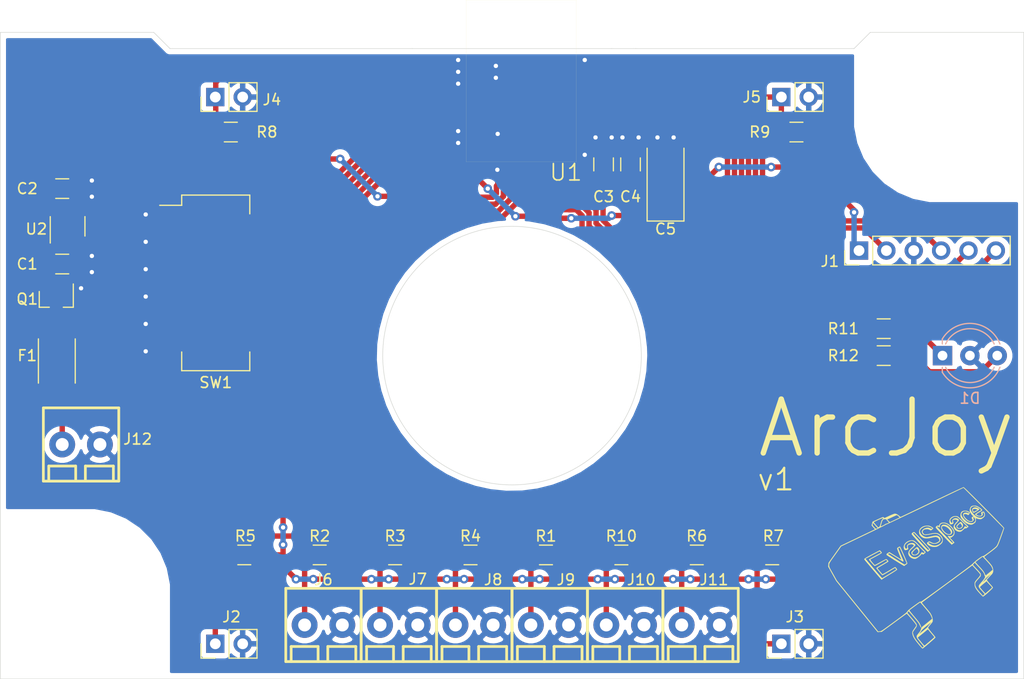
<source format=kicad_pcb>
(kicad_pcb (version 20171130) (host pcbnew "(5.1.0)-1")
  (title_block (title ArcJoy) (date 2019-04-29) (rev 1) (comment 1 PCB))
  (layers (0 F.Cu signal) (31 B.Cu signal) (34 B.Paste user) (35 F.Paste user) (36 B.SilkS user) (37 F.SilkS user) (38 B.Mask user) (39 F.Mask user) (44 Edge.Cuts user))
  (net 0 "")
  (net 1 "Net-(U1-PadP$47)")
  (net 2 "Net-(U1-PadP$46)")
  (net 3 "Net-(U1-PadP$41)")
  (net 4 "Net-(U1-PadP$39)")
  (net 5 "Net-(U1-PadP$37)")
  (net 6 "Net-(U1-PadP$36)")
  (net 7 "Net-(U1-PadP$34)")
  (net 8 "Net-(U1-PadP$32)")
  (net 9 "Net-(U1-PadP$31)")
  (net 10 "Net-(U1-PadP$29)")
  (net 11 "Net-(U1-PadP$14)")
  (net 12 "Net-(U1-PadP$12)")
  (net 13 "Net-(U1-PadP$6)")
  (net 14 +2V2)
  (net 15 "Net-(U2-Pad4)")
  (net 16 GND)
  (net 17 /SWO)
  (net 18 /nRESET)
  (net 19 /SWDIO)
  (net 20 /SWCLK)
  (net 21 "Net-(C1-Pad1)")
  (net 22 /LEFT)
  (net 23 /UP)
  (net 24 /DOWN)
  (net 25 /RIGHT)
  (net 26 /BUTTON1)
  (net 27 /BUTTON2)
  (net 28 /BUTTON3)
  (net 29 /BUTTON4)
  (net 30 /BUTTON6)
  (net 31 /BUTTON5)
  (net 32 "Net-(D1-Pad3)")
  (net 33 "Net-(D1-Pad1)")
  (net 34 /LED_R)
  (net 35 /LED_B)
  (net 36 "Net-(F1-Pad1)")
  (net 37 "Net-(F1-Pad2)")
  (net 38 "Net-(SW1-Pad12)")
  (net 39 "Net-(SW1-Pad11)")
  (net 40 "Net-(SW1-Pad10)")
  (net 41 "Net-(SW1-Pad9)")
  (net 42 "Net-(SW1-Pad8)")
  (net 43 /BT-ON)
  (module K_Logo:Logo1000 (layer F.Cu) (at 165 99.5)
    (fp_text reference G*** hide)
    (fp_text value LOGO hide)
  )
  (module Capacitor_SMD:C_1206_3216Metric (layer F.Cu) (at 136 62.25 90)
    (fp_text reference C3 (at -3 0 180) (layer F.SilkS))
    (fp_text value 10n)
    (pad 2 smd roundrect (at 1.4 0 90) (size 1.25 1.75) (layers F.Cu F.Paste F.Mask) (roundrect_rratio 0.2) (net 16 GND))
    (pad 1 smd roundrect (at -1.4 0 90) (size 1.25 1.75) (layers F.Cu F.Paste F.Mask) (roundrect_rratio 0.2) (net 14 +2V2))
  )
  (module Capacitor_Tantalum_SMD:CP_EIA-6032-28_Kemet-C (layer F.Cu) (at 141.75 63.75 90)
    (fp_text reference C5 (at -4.5 0 180) (layer F.SilkS))
    (fp_text value 10u)
    (pad 2 smd roundrect (at 2.4625 0 90) (size 2.075 2.35) (layers F.Cu F.Paste F.Mask) (roundrect_rratio 0.120482) (net 16 GND))
    (pad 1 smd roundrect (at -2.4625 0 90) (size 2.075 2.35) (layers F.Cu F.Paste F.Mask) (roundrect_rratio 0.120482) (net 14 +2V2))
  )
  (module Capacitor_SMD:C_1206_3216Metric (layer F.Cu) (at 138.5 62.25 90)
    (fp_text reference C4 (at -3 0 180) (layer F.SilkS))
    (fp_text value 100n)
    (pad 2 smd roundrect (at 1.4 0 90) (size 1.25 1.75) (layers F.Cu F.Paste F.Mask) (roundrect_rratio 0.2) (net 16 GND))
    (pad 1 smd roundrect (at -1.4 0 90) (size 1.25 1.75) (layers F.Cu F.Paste F.Mask) (roundrect_rratio 0.2) (net 14 +2V2))
  )
  (module Button_Switch_SMD:SW_DIP_SPSTx06_Slide_Omron_A6S-610x_W8.9mm_P2.54mm (layer F.Cu) (at 100 73.25)
    (fp_text reference SW1 (at 0 9.25) (layer F.SilkS))
    (fp_text value A6S-6101-H)
    (pad 12 smd rect (at 4.45 -6.35) (size 1.5 1.1) (layers F.Cu F.Paste F.Mask) (net 38 "Net-(SW1-Pad12)"))
    (pad 6 smd rect (at -4.45 6.35) (size 1.5 1.1) (layers F.Cu F.Paste F.Mask) (net 16 GND))
    (pad 11 smd rect (at 4.45 -3.81) (size 1.5 1.1) (layers F.Cu F.Paste F.Mask) (net 39 "Net-(SW1-Pad11)"))
    (pad 5 smd rect (at -4.45 3.81) (size 1.5 1.1) (layers F.Cu F.Paste F.Mask) (net 16 GND))
    (pad 10 smd rect (at 4.45 -1.27) (size 1.5 1.1) (layers F.Cu F.Paste F.Mask) (net 40 "Net-(SW1-Pad10)"))
    (pad 4 smd rect (at -4.45 1.27) (size 1.5 1.1) (layers F.Cu F.Paste F.Mask) (net 16 GND))
    (pad 9 smd rect (at 4.45 1.27) (size 1.5 1.1) (layers F.Cu F.Paste F.Mask) (net 41 "Net-(SW1-Pad9)"))
    (pad 3 smd rect (at -4.45 -1.27) (size 1.5 1.1) (layers F.Cu F.Paste F.Mask) (net 16 GND))
    (pad 8 smd rect (at 4.45 3.81) (size 1.5 1.1) (layers F.Cu F.Paste F.Mask) (net 42 "Net-(SW1-Pad8)"))
    (pad 2 smd rect (at -4.45 -3.81) (size 1.5 1.1) (layers F.Cu F.Paste F.Mask) (net 16 GND))
    (pad 7 smd rect (at 4.45 6.35) (size 1.5 1.1) (layers F.Cu F.Paste F.Mask) (net 43 /BT-ON))
    (pad 1 smd rect (at -4.45 -6.35) (size 1.5 1.1) (layers F.Cu F.Paste F.Mask) (net 16 GND))
  )
  (module K_Fuses:Fuse_2.6x6.1 (layer F.Cu) (at 85.25 80.5 270)
    (fp_text reference F1 (at -0.5 2.75) (layer F.SilkS))
    (fp_text value 0.375A)
    (pad 1 smd roundrect (at -2.45 0 270) (size 2 3.15) (layers F.Cu F.Paste F.Mask) (roundrect_rratio 0.185) (net 36 "Net-(F1-Pad1)"))
    (pad 2 smd roundrect (at 2.45 0 270) (size 2 3.15) (layers F.Cu F.Paste F.Mask) (roundrect_rratio 0.185) (net 37 "Net-(F1-Pad2)"))
  )
  (module Package_TO_SOT_SMD:SOT-23 (layer F.Cu) (at 85.2 74.75 270)
    (fp_text reference Q1 (at 0 2.7) (layer F.SilkS))
    (fp_text value LGE2301)
    (pad 3 smd rect (at 1 0 270) (size 0.9 0.8) (layers F.Cu F.Paste F.Mask) (net 36 "Net-(F1-Pad1)"))
    (pad 2 smd rect (at -1 0.95 270) (size 0.9 0.8) (layers F.Cu F.Paste F.Mask) (net 21 "Net-(C1-Pad1)"))
    (pad 1 smd rect (at -1 -0.95 270) (size 0.9 0.8) (layers F.Cu F.Paste F.Mask) (net 16 GND))
  )
  (module K_Connectors:NINIGI_TB-3.5-P-2P_BL (layer F.Cu) (at 87.5 88.25)
    (fp_text reference J12 (at 5.25 -0.5) (layer F.SilkS))
    (fp_text value Conn_01x02)
    (pad 2 thru_hole circle (at 1.75 0) (size 2.4 2.4) (drill 1.2) (layers *.Cu *.Mask) (net 16 GND))
    (pad 1 thru_hole circle (at -1.75 0) (size 2.4 2.4) (drill 1.2) (layers *.Cu *.Mask) (net 37 "Net-(F1-Pad2)"))
  )
  (module Resistor_SMD:R_1206_3216Metric (layer F.Cu) (at 162 80 180)
    (fp_text reference R12 (at 3.75 0 180) (layer F.SilkS))
    (fp_text value 330R_1206_1%)
    (pad 2 smd roundrect (at 1.4 0 180) (size 1.25 1.75) (layers F.Cu F.Paste F.Mask) (roundrect_rratio 0.2) (net 35 /LED_B))
    (pad 1 smd roundrect (at -1.4 0 180) (size 1.25 1.75) (layers F.Cu F.Paste F.Mask) (roundrect_rratio 0.2) (net 32 "Net-(D1-Pad3)"))
  )
  (module Resistor_SMD:R_1206_3216Metric (layer F.Cu) (at 162 77.5 180)
    (fp_text reference R11 (at 3.75 0 180) (layer F.SilkS))
    (fp_text value 5k1_1206_1%)
    (pad 2 smd roundrect (at 1.4 0 180) (size 1.25 1.75) (layers F.Cu F.Paste F.Mask) (roundrect_rratio 0.2) (net 34 /LED_R))
    (pad 1 smd roundrect (at -1.4 0 180) (size 1.25 1.75) (layers F.Cu F.Paste F.Mask) (roundrect_rratio 0.2) (net 33 "Net-(D1-Pad1)"))
  )
  (module LED_THT:LED_D5.0mm-3 (layer B.Cu) (at 167.46 80)
    (fp_text reference D1 (at 2.54 3.96) (layer B.SilkS) (effects (justify mirror)))
    (fp_text value OSRB5131A)
    (pad 3 thru_hole circle (at 5.08 0) (size 1.8 1.8) (drill 0.9) (layers *.Cu *.Mask) (net 32 "Net-(D1-Pad3)"))
    (pad 2 thru_hole circle (at 2.54 0) (size 1.8 1.8) (drill 0.9) (layers *.Cu *.Mask) (net 16 GND))
    (pad 1 thru_hole rect (at 0 0) (size 1.8 1.8) (drill 0.9) (layers *.Cu *.Mask) (net 33 "Net-(D1-Pad1)"))
  )
  (module K_Connectors:NINIGI_TB-3.5-P-2P_BL (layer F.Cu) (at 124 105)
    (fp_text reference J8 (at 1.75 -4.19862) (layer F.SilkS))
    (fp_text value Conn_01x02)
    (pad 2 thru_hole circle (at 1.75 0) (size 2.4 2.4) (drill 1.2) (layers *.Cu *.Mask) (net 16 GND))
    (pad 1 thru_hole circle (at -1.75 0) (size 2.4 2.4) (drill 1.2) (layers *.Cu *.Mask) (net 29 /BUTTON4))
  )
  (module Resistor_SMD:R_1206_3216Metric (layer F.Cu) (at 137.65 98.5 180)
    (fp_text reference R10 (at 0 1.75 180) (layer F.SilkS))
    (fp_text value 10k)
    (pad 2 smd roundrect (at 1.4 0 180) (size 1.25 1.75) (layers F.Cu F.Paste F.Mask) (roundrect_rratio 0.2) (net 27 /BUTTON2))
    (pad 1 smd roundrect (at -1.4 0 180) (size 1.25 1.75) (layers F.Cu F.Paste F.Mask) (roundrect_rratio 0.2) (net 14 +2V2))
  )
  (module Resistor_SMD:R_1206_3216Metric (layer F.Cu) (at 153.9 59.25 180)
    (fp_text reference R9 (at 3.4 0 180) (layer F.SilkS))
    (fp_text value 10k)
    (pad 2 smd roundrect (at 1.4 0 180) (size 1.25 1.75) (layers F.Cu F.Paste F.Mask) (roundrect_rratio 0.2) (net 25 /RIGHT))
    (pad 1 smd roundrect (at -1.4 0 180) (size 1.25 1.75) (layers F.Cu F.Paste F.Mask) (roundrect_rratio 0.2) (net 14 +2V2))
  )
  (module Resistor_SMD:R_1206_3216Metric (layer F.Cu) (at 101.4 59.25 180)
    (fp_text reference R8 (at -3.35 0 180) (layer F.SilkS))
    (fp_text value 10k)
    (pad 2 smd roundrect (at 1.4 0 180) (size 1.25 1.75) (layers F.Cu F.Paste F.Mask) (roundrect_rratio 0.2) (net 24 /DOWN))
    (pad 1 smd roundrect (at -1.4 0 180) (size 1.25 1.75) (layers F.Cu F.Paste F.Mask) (roundrect_rratio 0.2) (net 14 +2V2))
  )
  (module Resistor_SMD:R_1206_3216Metric (layer F.Cu) (at 151.65 98.5 180)
    (fp_text reference R7 (at -0.1 1.75 180) (layer F.SilkS))
    (fp_text value 10k)
    (pad 2 smd roundrect (at 1.4 0 180) (size 1.25 1.75) (layers F.Cu F.Paste F.Mask) (roundrect_rratio 0.2) (net 23 /UP))
    (pad 1 smd roundrect (at -1.4 0 180) (size 1.25 1.75) (layers F.Cu F.Paste F.Mask) (roundrect_rratio 0.2) (net 14 +2V2))
  )
  (module Resistor_SMD:R_1206_3216Metric (layer F.Cu) (at 144.65 98.5 180)
    (fp_text reference R6 (at 0 1.75 180) (layer F.SilkS))
    (fp_text value 10k)
    (pad 2 smd roundrect (at 1.4 0 180) (size 1.25 1.75) (layers F.Cu F.Paste F.Mask) (roundrect_rratio 0.2) (net 26 /BUTTON1))
    (pad 1 smd roundrect (at -1.4 0 180) (size 1.25 1.75) (layers F.Cu F.Paste F.Mask) (roundrect_rratio 0.2) (net 14 +2V2))
  )
  (module Resistor_SMD:R_1206_3216Metric (layer F.Cu) (at 102.65 98.5 180)
    (fp_text reference R5 (at -0.1 1.75 180) (layer F.SilkS))
    (fp_text value 10k)
    (pad 2 smd roundrect (at 1.4 0 180) (size 1.25 1.75) (layers F.Cu F.Paste F.Mask) (roundrect_rratio 0.2) (net 22 /LEFT))
    (pad 1 smd roundrect (at -1.4 0 180) (size 1.25 1.75) (layers F.Cu F.Paste F.Mask) (roundrect_rratio 0.2) (net 14 +2V2))
  )
  (module Resistor_SMD:R_1206_3216Metric (layer F.Cu) (at 123.65 98.5 180)
    (fp_text reference R4 (at 0 1.75 180) (layer F.SilkS))
    (fp_text value 10k)
    (pad 2 smd roundrect (at 1.4 0 180) (size 1.25 1.75) (layers F.Cu F.Paste F.Mask) (roundrect_rratio 0.2) (net 29 /BUTTON4))
    (pad 1 smd roundrect (at -1.4 0 180) (size 1.25 1.75) (layers F.Cu F.Paste F.Mask) (roundrect_rratio 0.2) (net 14 +2V2))
  )
  (module Resistor_SMD:R_1206_3216Metric (layer F.Cu) (at 116.65 98.5 180)
    (fp_text reference R3 (at 0 1.75 180) (layer F.SilkS))
    (fp_text value 10k)
    (pad 2 smd roundrect (at 1.4 0 180) (size 1.25 1.75) (layers F.Cu F.Paste F.Mask) (roundrect_rratio 0.2) (net 31 /BUTTON5))
    (pad 1 smd roundrect (at -1.4 0 180) (size 1.25 1.75) (layers F.Cu F.Paste F.Mask) (roundrect_rratio 0.2) (net 14 +2V2))
  )
  (module Resistor_SMD:R_1206_3216Metric (layer F.Cu) (at 109.65 98.5 180)
    (fp_text reference R2 (at 0 1.75 180) (layer F.SilkS))
    (fp_text value 10k)
    (pad 2 smd roundrect (at 1.4 0 180) (size 1.25 1.75) (layers F.Cu F.Paste F.Mask) (roundrect_rratio 0.2) (net 30 /BUTTON6))
    (pad 1 smd roundrect (at -1.4 0 180) (size 1.25 1.75) (layers F.Cu F.Paste F.Mask) (roundrect_rratio 0.2) (net 14 +2V2))
  )
  (module Resistor_SMD:R_1206_3216Metric (layer F.Cu) (at 130.65 98.5 180)
    (fp_text reference R1 (at 0 1.75 180) (layer F.SilkS))
    (fp_text value 10k)
    (pad 2 smd roundrect (at 1.4 0 180) (size 1.25 1.75) (layers F.Cu F.Paste F.Mask) (roundrect_rratio 0.2) (net 28 /BUTTON3))
    (pad 1 smd roundrect (at -1.4 0 180) (size 1.25 1.75) (layers F.Cu F.Paste F.Mask) (roundrect_rratio 0.2) (net 14 +2V2))
  )
  (module Connector_PinHeader_2.54mm:PinHeader_1x02_P2.54mm_Vertical (layer F.Cu) (at 99.96 56 90)
    (fp_text reference J4 (at -0.25 5.25 180) (layer F.SilkS))
    (fp_text value Conn_01x02)
    (pad 2 thru_hole oval (at 0 2.54 90) (size 1.7 1.7) (drill 1) (layers *.Cu *.Mask) (net 16 GND))
    (pad 1 thru_hole rect (at 0 0 90) (size 1.7 1.7) (drill 1) (layers *.Cu *.Mask) (net 24 /DOWN))
  )
  (module Connector_PinHeader_2.54mm:PinHeader_1x02_P2.54mm_Vertical (layer F.Cu) (at 152.5 56 90)
    (fp_text reference J5 (at 0 -2.75 180) (layer F.SilkS))
    (fp_text value Conn_01x02)
    (pad 2 thru_hole oval (at 0 2.54 90) (size 1.7 1.7) (drill 1) (layers *.Cu *.Mask) (net 16 GND))
    (pad 1 thru_hole rect (at 0 0 90) (size 1.7 1.7) (drill 1) (layers *.Cu *.Mask) (net 25 /RIGHT))
  )
  (module K_Connectors:NINIGI_TB-3.5-P-2P_BL (layer F.Cu) (at 145 105)
    (fp_text reference J11 (at 1.25 -4.19862) (layer F.SilkS))
    (fp_text value Conn_01x02)
    (pad 2 thru_hole circle (at 1.75 0) (size 2.4 2.4) (drill 1.2) (layers *.Cu *.Mask) (net 16 GND))
    (pad 1 thru_hole circle (at -1.75 0) (size 2.4 2.4) (drill 1.2) (layers *.Cu *.Mask) (net 26 /BUTTON1))
  )
  (module K_Connectors:NINIGI_TB-3.5-P-2P_BL (layer F.Cu) (at 138 105)
    (fp_text reference J10 (at 1.5 -4.19862) (layer F.SilkS))
    (fp_text value Conn_01x02)
    (pad 2 thru_hole circle (at 1.75 0) (size 2.4 2.4) (drill 1.2) (layers *.Cu *.Mask) (net 16 GND))
    (pad 1 thru_hole circle (at -1.75 0) (size 2.4 2.4) (drill 1.2) (layers *.Cu *.Mask) (net 27 /BUTTON2))
  )
  (module K_Connectors:NINIGI_TB-3.5-P-2P_BL (layer F.Cu) (at 131 105)
    (fp_text reference J9 (at 1.5 -4.19862) (layer F.SilkS))
    (fp_text value Conn_01x02)
    (pad 2 thru_hole circle (at 1.75 0) (size 2.4 2.4) (drill 1.2) (layers *.Cu *.Mask) (net 16 GND))
    (pad 1 thru_hole circle (at -1.75 0) (size 2.4 2.4) (drill 1.2) (layers *.Cu *.Mask) (net 28 /BUTTON3))
  )
  (module K_Connectors:NINIGI_TB-3.5-P-2P_BL (layer F.Cu) (at 117 105)
    (fp_text reference J7 (at 1.75 -4.25) (layer F.SilkS))
    (fp_text value Conn_01x02)
    (pad 2 thru_hole circle (at 1.75 0) (size 2.4 2.4) (drill 1.2) (layers *.Cu *.Mask) (net 16 GND))
    (pad 1 thru_hole circle (at -1.75 0) (size 2.4 2.4) (drill 1.2) (layers *.Cu *.Mask) (net 31 /BUTTON5))
  )
  (module K_Connectors:NINIGI_TB-3.5-P-2P_BL (layer F.Cu) (at 110 105)
    (fp_text reference J6 (at 0 -4.19862) (layer F.SilkS))
    (fp_text value Conn_01x02)
    (pad 2 thru_hole circle (at 1.75 0) (size 2.4 2.4) (drill 1.2) (layers *.Cu *.Mask) (net 16 GND))
    (pad 1 thru_hole circle (at -1.75 0) (size 2.4 2.4) (drill 1.2) (layers *.Cu *.Mask) (net 30 /BUTTON6))
  )
  (module Capacitor_SMD:C_1206_3216Metric (layer F.Cu) (at 85.75 64.5)
    (fp_text reference C2 (at -3.25 0 -180) (layer F.SilkS))
    (fp_text value 1u)
    (pad 2 smd roundrect (at 1.4 0) (size 1.25 1.75) (layers F.Cu F.Paste F.Mask) (roundrect_rratio 0.2) (net 16 GND))
    (pad 1 smd roundrect (at -1.4 0) (size 1.25 1.75) (layers F.Cu F.Paste F.Mask) (roundrect_rratio 0.2) (net 14 +2V2))
  )
  (module Capacitor_SMD:C_1206_3216Metric (layer F.Cu) (at 85.75 71.5)
    (fp_text reference C1 (at -3.25 0 -180) (layer F.SilkS))
    (fp_text value 1u)
    (pad 2 smd roundrect (at 1.4 0) (size 1.25 1.75) (layers F.Cu F.Paste F.Mask) (roundrect_rratio 0.2) (net 16 GND))
    (pad 1 smd roundrect (at -1.4 0) (size 1.25 1.75) (layers F.Cu F.Paste F.Mask) (roundrect_rratio 0.2) (net 21 "Net-(C1-Pad1)"))
  )
  (module Connector_PinHeader_2.54mm:PinHeader_1x02_P2.54mm_Vertical (layer F.Cu) (at 99.96 106.75 90)
    (fp_text reference J2 (at 2.5 1.5 180) (layer F.SilkS))
    (fp_text value Conn_01x02)
    (pad 2 thru_hole oval (at 0 2.54 90) (size 1.7 1.7) (drill 1) (layers *.Cu *.Mask) (net 16 GND))
    (pad 1 thru_hole rect (at 0 0 90) (size 1.7 1.7) (drill 1) (layers *.Cu *.Mask) (net 22 /LEFT))
  )
  (module Connector_PinHeader_2.54mm:PinHeader_1x02_P2.54mm_Vertical (layer F.Cu) (at 152.5 106.75 90)
    (fp_text reference J3 (at 2.5 1.25 -180) (layer F.SilkS))
    (fp_text value Conn_01x02 hide)
    (pad 2 thru_hole oval (at 0 2.54 90) (size 1.7 1.7) (drill 1) (layers *.Cu *.Mask) (net 16 GND))
    (pad 1 thru_hole rect (at 0 0 90) (size 1.7 1.7) (drill 1) (layers *.Cu *.Mask) (net 23 /UP))
  )
  (module MountingHole:MountingHole_5.5mm (layer F.Cu) (at 88 102 180)
    (fp_text reference REF** hide)
    (fp_text value MountingHole_5.5mm)
    (pad 1 np_thru_hole circle (at 0 0 180) (size 5.5 5.5) (drill 5.5) (layers *.Cu *.Mask))
  )
  (module MountingHole:MountingHole_5.5mm (layer B.Cu) (at 167 58)
    (fp_text reference REF** hide)
    (fp_text value MountingHole_5.5mm)
    (pad 1 np_thru_hole circle (at 0 0) (size 5.5 5.5) (drill 5.5) (layers *.Cu *.Mask))
  )
  (module Connector_PinHeader_2.54mm:PinHeader_1x06_P2.54mm_Vertical (layer F.Cu) (at 159.71 70.25 90)
    (fp_text reference J1 (at -1 -2.71 180) (layer F.SilkS))
    (fp_text value Conn_01x06)
    (pad 6 thru_hole oval (at 0 12.7 90) (size 1.7 1.7) (drill 1) (layers *.Cu *.Mask) (net 17 /SWO))
    (pad 5 thru_hole oval (at 0 10.16 90) (size 1.7 1.7) (drill 1) (layers *.Cu *.Mask) (net 18 /nRESET))
    (pad 4 thru_hole oval (at 0 7.62 90) (size 1.7 1.7) (drill 1) (layers *.Cu *.Mask) (net 19 /SWDIO))
    (pad 3 thru_hole oval (at 0 5.08 90) (size 1.7 1.7) (drill 1) (layers *.Cu *.Mask) (net 16 GND))
    (pad 2 thru_hole oval (at 0 2.54 90) (size 1.7 1.7) (drill 1) (layers *.Cu *.Mask) (net 20 /SWCLK))
    (pad 1 thru_hole rect (at 0 0 90) (size 1.7 1.7) (drill 1) (layers *.Cu *.Mask) (net 14 +2V2))
  )
  (module Package_TO_SOT_SMD:SOT-23-5 (layer F.Cu) (at 86.25 68 90)
    (fp_text reference U2 (at -0.25 -2.9 180) (layer F.SilkS))
    (fp_text value MCP1711T-22I_OT)
    (pad 5 smd rect (at 1.1 -0.95 90) (size 1.06 0.65) (layers F.Cu F.Paste F.Mask) (net 14 +2V2))
    (pad 4 smd rect (at 1.1 0.95 90) (size 1.06 0.65) (layers F.Cu F.Paste F.Mask) (net 15 "Net-(U2-Pad4)"))
    (pad 3 smd rect (at -1.1 0.95 90) (size 1.06 0.65) (layers F.Cu F.Paste F.Mask) (net 21 "Net-(C1-Pad1)"))
    (pad 2 smd rect (at -1.1 0 90) (size 1.06 0.65) (layers F.Cu F.Paste F.Mask) (net 16 GND))
    (pad 1 smd rect (at -1.1 -0.95 90) (size 1.06 0.65) (layers F.Cu F.Paste F.Mask) (net 21 "Net-(C1-Pad1)"))
  )
  (module Fanstel:BM832-1-BM832 (layer F.Cu) (at 123.25 62)
    (fp_text reference U1 (at 9.25 1) (layer F.SilkS) (effects (font (size 1.524 1.524))))
    (fp_text value BM832A hide)
    (pad P$47 smd rect (at 3.73888 -6.68782 90) (size 0.39878 0.39878) (layers F.Cu F.Paste F.Mask) (net 1 "Net-(U1-PadP$47)"))
    (pad P$46 smd rect (at 6.4389 -6.68782 90) (size 0.39878 0.39878) (layers F.Cu F.Paste F.Mask) (net 2 "Net-(U1-PadP$46)"))
    (pad P$45 smd rect (at 9.48944 -9.43864 90) (size 0.39878 0.39878) (layers F.Cu F.Paste F.Mask) (net 16 GND))
    (pad P$44 smd rect (at 8.58774 -8.89 90) (size 0.39878 0.39878) (layers F.Cu F.Paste F.Mask) (net 25 /RIGHT))
    (pad P$43 smd rect (at 9.48944 -8.33882 90) (size 0.39878 0.39878) (layers F.Cu F.Paste F.Mask) (net 19 /SWDIO))
    (pad P$42 smd rect (at 8.58774 -7.78764 90) (size 0.39878 0.39878) (layers F.Cu F.Paste F.Mask) (net 20 /SWCLK))
    (pad P$41 smd rect (at 9.48944 -7.239 90) (size 0.39878 0.39878) (layers F.Cu F.Paste F.Mask) (net 3 "Net-(U1-PadP$41)"))
    (pad P$40 smd rect (at 8.58774 -6.68782 90) (size 0.39878 0.39878) (layers F.Cu F.Paste F.Mask) (net 18 /nRESET))
    (pad P$39 smd rect (at 9.48944 -6.13918 90) (size 0.39878 0.39878) (layers F.Cu F.Paste F.Mask) (net 4 "Net-(U1-PadP$39)"))
    (pad P$38 smd rect (at 8.58774 -5.588 90) (size 0.39878 0.39878) (layers F.Cu F.Paste F.Mask) (net 17 /SWO))
    (pad P$37 smd rect (at 9.48944 -5.03936 90) (size 0.39878 0.39878) (layers F.Cu F.Paste F.Mask) (net 5 "Net-(U1-PadP$37)"))
    (pad P$36 smd rect (at 8.58774 -4.48818 90) (size 0.39878 0.39878) (layers F.Cu F.Paste F.Mask) (net 6 "Net-(U1-PadP$36)"))
    (pad P$35 smd rect (at 9.48944 -3.93954 90) (size 0.39878 0.39878) (layers F.Cu F.Paste F.Mask) (net 34 /LED_R))
    (pad P$34 smd rect (at 8.58774 -3.29946 90) (size 0.39878 0.39878) (layers F.Cu F.Paste F.Mask) (net 7 "Net-(U1-PadP$34)"))
    (pad P$33 smd rect (at 9.48944 -2.83972 90) (size 0.39878 0.39878) (layers F.Cu F.Paste F.Mask) (net 35 /LED_B))
    (pad P$32 smd rect (at 8.58774 -2.28854 90) (size 0.39878 0.39878) (layers F.Cu F.Paste F.Mask) (net 8 "Net-(U1-PadP$32)"))
    (pad P$31 smd rect (at 9.48944 -1.7399 90) (size 0.39878 0.39878) (layers F.Cu F.Paste F.Mask) (net 9 "Net-(U1-PadP$31)"))
    (pad P$30 smd rect (at 9.48944 -0.63754 180) (size 0.39878 0.39878) (layers F.Cu F.Paste F.Mask) (net 16 GND))
    (pad P$29 smd rect (at 8.38962 -0.63754 90) (size 0.39878 0.39878) (layers F.Cu F.Paste F.Mask) (net 10 "Net-(U1-PadP$29)"))
    (pad P$28 smd rect (at 7.83844 -1.53924 90) (size 0.39878 0.39878) (layers F.Cu F.Paste F.Mask) (net 14 +2V2))
    (pad P$27 smd rect (at 7.2898 -0.63754 90) (size 0.39878 0.39878) (layers F.Cu F.Paste F.Mask) (net 23 /UP))
    (pad P$26 smd rect (at 6.73862 -1.53924 90) (size 0.39878 0.39878) (layers F.Cu F.Paste F.Mask) (net 26 /BUTTON1))
    (pad P$25 smd rect (at 6.18998 -0.63754 90) (size 0.39878 0.39878) (layers F.Cu F.Paste F.Mask) (net 27 /BUTTON2))
    (pad P$24 smd rect (at 5.6388 -1.53924 90) (size 0.39878 0.39878) (layers F.Cu F.Paste F.Mask) (net 28 /BUTTON3))
    (pad P$23 smd rect (at 5.08762 -0.63754 180) (size 0.39878 0.39878) (layers F.Cu F.Paste F.Mask) (net 29 /BUTTON4))
    (pad P$22 smd rect (at 4.53898 -1.53924 90) (size 0.39878 0.39878) (layers F.Cu F.Paste F.Mask) (net 31 /BUTTON5))
    (pad P$21 smd rect (at 3.9878 -0.63754 90) (size 0.39878 0.39878) (layers F.Cu F.Paste F.Mask) (net 30 /BUTTON6))
    (pad P$20 smd rect (at 3.43916 -1.53924 90) (size 0.39878 0.39878) (layers F.Cu F.Paste F.Mask) (net 22 /LEFT))
    (pad P$19 smd rect (at 2.88798 -0.63754 90) (size 0.39878 0.39878) (layers F.Cu F.Paste F.Mask) (net 16 GND))
    (pad P$18 smd rect (at 2.33934 -1.5494 180) (size 0.39878 0.39878) (layers F.Cu F.Paste F.Mask) (net 16 GND))
    (pad P$17 smd rect (at 1.78816 -0.63754 90) (size 0.39878 0.39878) (layers F.Cu F.Paste F.Mask) (net 43 /BT-ON))
    (pad P$16 smd rect (at 0.68834 -0.63754 90) (size 0.39878 0.39878) (layers F.Cu F.Paste F.Mask) (net 42 "Net-(SW1-Pad8)"))
    (pad P$15 smd rect (at 0.68834 -1.7399 90) (size 0.39878 0.39878) (layers F.Cu F.Paste F.Mask) (net 16 GND))
    (pad P$14 smd rect (at 1.5875 -2.28854 90) (size 0.39878 0.39878) (layers F.Cu F.Paste F.Mask) (net 11 "Net-(U1-PadP$14)"))
    (pad P$13 smd rect (at 0.68834 -2.83972 90) (size 0.39878 0.39878) (layers F.Cu F.Paste F.Mask) (net 16 GND))
    (pad P$12 smd rect (at 1.5875 -3.38836 90) (size 0.39878 0.39878) (layers F.Cu F.Paste F.Mask) (net 12 "Net-(U1-PadP$12)"))
    (pad P$11 smd rect (at 0.68834 -3.93954 90) (size 0.39878 0.39878) (layers F.Cu F.Paste F.Mask) (net 41 "Net-(SW1-Pad9)"))
    (pad P$10 smd rect (at 1.5875 -4.48818 90) (size 0.39878 0.39878) (layers F.Cu F.Paste F.Mask) (net 40 "Net-(SW1-Pad10)"))
    (pad P$9 smd rect (at 0.68834 -5.03936 90) (size 0.39878 0.39878) (layers F.Cu F.Paste F.Mask) (net 39 "Net-(SW1-Pad11)"))
    (pad P$8 smd rect (at 1.5875 -5.588 180) (size 0.39878 0.39878) (layers F.Cu F.Paste F.Mask) (net 38 "Net-(SW1-Pad12)"))
    (pad P$7 smd rect (at 0.68834 -6.13918 90) (size 0.39878 0.39878) (layers F.Cu F.Paste F.Mask) (net 24 /DOWN))
    (pad P$6 smd rect (at 1.5875 -6.68782 90) (size 0.39878 0.39878) (layers F.Cu F.Paste F.Mask) (net 13 "Net-(U1-PadP$6)"))
    (pad P$5 smd rect (at 0.68834 -7.239 90) (size 0.39878 0.39878) (layers F.Cu F.Paste F.Mask) (net 16 GND))
    (pad P$4 smd rect (at 1.5875 -7.78764 90) (size 0.39878 0.39878) (layers F.Cu F.Paste F.Mask) (net 16 GND))
    (pad P$3 smd rect (at 0.68834 -8.33882 90) (size 0.39878 0.39878) (layers F.Cu F.Paste F.Mask) (net 16 GND))
    (pad P$2 smd rect (at 1.5875 -8.89 90) (size 0.39878 0.39878) (layers F.Cu F.Paste F.Mask) (net 16 GND))
    (pad P$1 smd rect (at 0.68834 -9.43864 180) (size 0.39878 0.39878) (layers F.Cu F.Paste F.Mask) (net 16 GND))
  )
  (gr_text v1 (at 152 91.5) (layer F.SilkS) (effects (font (size 2 2) (thickness 0.2))))
  (gr_text ArcJoy (at 162.25 86.75) (layer F.SilkS) (effects (font (size 5 5) (thickness 0.5))))
  (gr_line (start 94.25 50) (end 95.75 51.5) (layer Edge.Cuts) (width 0.05))
  (gr_line (start 159.25 51.5) (end 139 51.5) (layer Edge.Cuts) (width 0.05))
  (gr_line (start 160.75 50) (end 159.25 51.5) (layer Edge.Cuts) (width 0.05))
  (gr_line (start 175 50) (end 160.75 50) (layer Edge.Cuts) (width 0.05))
  (gr_line (start 136.75 51.5) (end 139 51.5) (layer Edge.Cuts) (width 0.05))
  (gr_line (start 118.25 51.5) (end 136.75 51.5) (layer Edge.Cuts) (width 0.05))
  (gr_line (start 95.75 51.5) (end 118.25 51.5) (layer Edge.Cuts) (width 0.05))
  (gr_circle (center 127.5 80) (end 139.5 80) (layer Edge.Cuts) (width 0.05))
  (gr_line (start 80 110) (end 80 50) (layer Edge.Cuts) (width 0.05))
  (gr_line (start 175 110) (end 80 110) (layer Edge.Cuts) (width 0.05))
  (gr_line (start 175 50) (end 175 110) (layer Edge.Cuts) (width 0.05))
  (gr_line (start 80 50) (end 94.25 50) (layer Edge.Cuts) (width 0.05))
  (segment (start 131.08844 60.46076) (end 131.08844 61.25) (width 0.25) (layer F.Cu) (net 14))
  (segment (start 131.08844 61.25) (end 131.08844 61.41156) (width 0.25) (layer F.Cu) (net 14))
  (segment (start 131.08844 61.41156) (end 131.08844 62) (width 0.25) (layer F.Cu) (net 14))
  (segment (start 131.08844 62) (end 131.08844 62.08844) (width 0.25) (layer F.Cu) (net 14))
  (segment (start 85.3 65.45) (end 84.35 64.5) (width 0.5) (layer F.Cu) (net 14))
  (segment (start 85.3 66.9) (end 85.3 65.45) (width 0.5) (layer F.Cu) (net 14))
  (segment (start 132.5 63.7) (end 138.45 63.7) (width 0.5) (layer F.Cu) (net 14))
  (segment (start 155.3 60.95) (end 155.3 59.25) (width 0.5) (layer F.Cu) (net 14))
  (segment (start 132.5 63.7) (end 131.625 62.825) (width 0.5) (layer F.Cu) (net 14))
  (segment (start 131.08844 62.28844) (end 131.625 62.825) (width 0.25) (layer F.Cu) (net 14))
  (segment (start 131.08844 62) (end 131.08844 62.28844) (width 0.25) (layer F.Cu) (net 14))
  (via (at 159.25 66.7) (size 0.8) (drill 0.4) (layers F.Cu B.Cu) (net 14))
  (segment (start 159.25 69.79) (end 159.71 70.25) (width 0.5) (layer B.Cu) (net 14))
  (segment (start 159.25 66.7) (end 159.25 69.79) (width 0.5) (layer B.Cu) (net 14))
  (via (at 106.25 95.95) (size 0.8) (drill 0.4) (layers F.Cu B.Cu) (net 14))
  (via (at 106.25 97.55) (size 0.8) (drill 0.4) (layers F.Cu B.Cu) (net 14))
  (segment (start 106.25 95.95) (end 106.25 97.55) (width 0.5) (layer B.Cu) (net 14))
  (via (at 107.45 100.75) (size 0.8) (drill 0.4) (layers F.Cu B.Cu) (net 14))
  (via (at 109.05 100.75) (size 0.8) (drill 0.4) (layers F.Cu B.Cu) (net 14))
  (segment (start 107.45 100.75) (end 109.05 100.75) (width 0.5) (layer B.Cu) (net 14))
  (via (at 114.45 100.75) (size 0.8) (drill 0.4) (layers F.Cu B.Cu) (net 14))
  (segment (start 109.05 100.75) (end 114.45 100.75) (width 0.5) (layer F.Cu) (net 14))
  (via (at 116.05 100.75) (size 0.8) (drill 0.4) (layers F.Cu B.Cu) (net 14))
  (segment (start 114.45 100.75) (end 116.05 100.75) (width 0.5) (layer B.Cu) (net 14))
  (via (at 121.45 100.75) (size 0.8) (drill 0.4) (layers F.Cu B.Cu) (net 14))
  (segment (start 116.05 100.75) (end 121.45 100.75) (width 0.5) (layer F.Cu) (net 14))
  (via (at 123.05 100.75) (size 0.8) (drill 0.4) (layers F.Cu B.Cu) (net 14))
  (segment (start 121.45 100.75) (end 123.05 100.75) (width 0.5) (layer B.Cu) (net 14))
  (via (at 128.45 100.75) (size 0.8) (drill 0.4) (layers F.Cu B.Cu) (net 14))
  (segment (start 123.05 100.75) (end 128.45 100.75) (width 0.5) (layer F.Cu) (net 14))
  (via (at 130.05 100.75) (size 0.8) (drill 0.4) (layers F.Cu B.Cu) (net 14))
  (segment (start 128.45 100.75) (end 130.05 100.75) (width 0.5) (layer B.Cu) (net 14))
  (via (at 135.45 100.75) (size 0.8) (drill 0.4) (layers F.Cu B.Cu) (net 14))
  (segment (start 130.05 100.75) (end 135.45 100.75) (width 0.5) (layer F.Cu) (net 14))
  (via (at 137.05 100.75) (size 0.8) (drill 0.4) (layers F.Cu B.Cu) (net 14))
  (segment (start 135.45 100.75) (end 137.05 100.75) (width 0.5) (layer B.Cu) (net 14))
  (via (at 142.45 100.75) (size 0.8) (drill 0.4) (layers F.Cu B.Cu) (net 14))
  (segment (start 137.05 100.75) (end 142.45 100.75) (width 0.5) (layer F.Cu) (net 14))
  (via (at 144.05 100.75) (size 0.8) (drill 0.4) (layers F.Cu B.Cu) (net 14))
  (segment (start 142.45 100.75) (end 144.05 100.75) (width 0.5) (layer B.Cu) (net 14))
  (via (at 149.45 100.75) (size 0.8) (drill 0.4) (layers F.Cu B.Cu) (net 14))
  (segment (start 144.05 100.75) (end 149.45 100.75) (width 0.5) (layer F.Cu) (net 14))
  (via (at 151.05 100.75) (size 0.8) (drill 0.4) (layers F.Cu B.Cu) (net 14))
  (segment (start 149.45 100.75) (end 151.05 100.75) (width 0.5) (layer B.Cu) (net 14))
  (segment (start 153.05 99.95) (end 153.05 98.5) (width 0.5) (layer F.Cu) (net 14))
  (segment (start 151.05 100.75) (end 152.25 100.75) (width 0.5) (layer F.Cu) (net 14))
  (segment (start 152.25 100.75) (end 153.05 99.95) (width 0.5) (layer F.Cu) (net 14))
  (segment (start 146.05 98.5) (end 146.05 99.475) (width 0.5) (layer F.Cu) (net 14))
  (segment (start 146.05 99.475) (end 146.05 100.75) (width 0.5) (layer F.Cu) (net 14))
  (segment (start 139.05 98.5) (end 139.05 100.75) (width 0.5) (layer F.Cu) (net 14))
  (segment (start 132.05 98.5) (end 132.05 100.75) (width 0.5) (layer F.Cu) (net 14))
  (segment (start 125.05 98.5) (end 125.05 100.75) (width 0.5) (layer F.Cu) (net 14))
  (segment (start 118.05 98.5) (end 118.05 100.75) (width 0.5) (layer F.Cu) (net 14))
  (segment (start 111.05 98.5) (end 111.05 100.75) (width 0.5) (layer F.Cu) (net 14))
  (segment (start 104.05 98.5) (end 105.2 98.5) (width 0.5) (layer F.Cu) (net 14))
  (segment (start 106.25 99.55) (end 107.45 100.75) (width 0.5) (layer F.Cu) (net 14))
  (segment (start 105.2 98.5) (end 106.25 98.5) (width 0.5) (layer F.Cu) (net 14))
  (segment (start 106.25 97.55) (end 106.25 98.5) (width 0.5) (layer F.Cu) (net 14))
  (segment (start 106.25 98.5) (end 106.25 99.55) (width 0.5) (layer F.Cu) (net 14))
  (segment (start 84.35 64.5) (end 84.35 62.65) (width 0.5) (layer F.Cu) (net 14))
  (segment (start 84.35 62.65) (end 85.25 61.75) (width 0.5) (layer F.Cu) (net 14))
  (via (at 111.55 61.75) (size 0.8) (drill 0.4) (layers F.Cu B.Cu) (net 14))
  (segment (start 111.55 61.75) (end 115 65.2) (width 0.5) (layer B.Cu) (net 14))
  (via (at 115.013816 65.213816) (size 0.8) (drill 0.4) (layers F.Cu B.Cu) (net 14))
  (segment (start 115 65.2) (end 115.013816 65.213816) (width 0.5) (layer B.Cu) (net 14))
  (segment (start 115.013816 65.213816) (end 117.036184 65.213816) (width 0.5) (layer F.Cu) (net 14))
  (segment (start 117.036184 65.213816) (end 118.5 63.75) (width 0.5) (layer F.Cu) (net 14))
  (segment (start 118.5 63.75) (end 124.5 63.75) (width 0.5) (layer F.Cu) (net 14))
  (segment (start 124.5 63.75) (end 125.25 64.5) (width 0.5) (layer F.Cu) (net 14))
  (via (at 125.24997 64.49997) (size 0.8) (drill 0.4) (layers F.Cu B.Cu) (net 14))
  (segment (start 125.25 64.5) (end 125.24997 64.49997) (width 0.5) (layer F.Cu) (net 14))
  (segment (start 125.24997 64.49997) (end 127.75 67) (width 0.5) (layer B.Cu) (net 14))
  (via (at 127.8172 67.064176) (size 0.8) (drill 0.4) (layers F.Cu B.Cu) (net 14))
  (segment (start 127.75 67) (end 127.753024 67) (width 0.5) (layer B.Cu) (net 14))
  (segment (start 127.753024 67) (end 127.8172 67.064176) (width 0.5) (layer B.Cu) (net 14))
  (segment (start 127.8172 67.064176) (end 128.814176 67.064176) (width 0.5) (layer F.Cu) (net 14))
  (segment (start 129.00003 67.25003) (end 128.814176 67.064176) (width 0.5) (layer F.Cu) (net 14))
  (segment (start 132.5 67.25003) (end 129.00003 67.25003) (width 0.5) (layer F.Cu) (net 14))
  (segment (start 91 79.5) (end 91 61.75) (width 0.5) (layer F.Cu) (net 14))
  (segment (start 106.25 94.75) (end 91 79.5) (width 0.5) (layer F.Cu) (net 14))
  (segment (start 106.25 95.95) (end 106.25 94.75) (width 0.5) (layer F.Cu) (net 14))
  (segment (start 85.25 61.75) (end 91 61.75) (width 0.5) (layer F.Cu) (net 14))
  (via (at 133 67.25003) (size 0.8) (drill 0.4) (layers F.Cu B.Cu) (net 14))
  (segment (start 132.5 67.25003) (end 133 67.25003) (width 0.5) (layer F.Cu) (net 14))
  (via (at 136.75003 67) (size 0.8) (drill 0.4) (layers F.Cu B.Cu) (net 14))
  (segment (start 133 67.25003) (end 136.5 67.25003) (width 0.5) (layer B.Cu) (net 14))
  (segment (start 136.5 67.25003) (end 136.75003 67) (width 0.5) (layer B.Cu) (net 14))
  (segment (start 140.9625 67) (end 141.75 66.2125) (width 0.5) (layer F.Cu) (net 14))
  (segment (start 136.75003 67) (end 140.9625 67) (width 0.5) (layer F.Cu) (net 14))
  (segment (start 141.75 66.2125) (end 141.0625 66.2125) (width 0.5) (layer F.Cu) (net 14))
  (segment (start 139.1875 63.65) (end 141.75 66.2125) (width 0.5) (layer F.Cu) (net 14))
  (segment (start 138.5 63.65) (end 139.1875 63.65) (width 0.5) (layer F.Cu) (net 14))
  (segment (start 142.839759 65.122741) (end 142.877259 65.122741) (width 0.5) (layer F.Cu) (net 14))
  (segment (start 141.75 66.2125) (end 142.839759 65.122741) (width 0.5) (layer F.Cu) (net 14))
  (segment (start 142.877259 65.122741) (end 143.25 64.75) (width 0.5) (layer F.Cu) (net 14))
  (via (at 146.69995 62.5) (size 0.8) (drill 0.4) (layers F.Cu B.Cu) (net 14))
  (segment (start 143.25 64.75) (end 144.44995 64.75) (width 0.5) (layer F.Cu) (net 14))
  (segment (start 144.44995 64.75) (end 146.69995 62.5) (width 0.5) (layer F.Cu) (net 14))
  (via (at 151.55 62.5) (size 0.8) (drill 0.4) (layers F.Cu B.Cu) (net 14))
  (segment (start 146.69995 62.5) (end 151.55 62.5) (width 0.5) (layer B.Cu) (net 14))
  (segment (start 159.25 66.5) (end 159.25 66.7) (width 0.5) (layer F.Cu) (net 14))
  (segment (start 151.55 62.5) (end 155.25 62.5) (width 0.5) (layer F.Cu) (net 14))
  (segment (start 155.25 62.5) (end 159.25 66.5) (width 0.5) (layer F.Cu) (net 14))
  (segment (start 155.3 60.95) (end 155.3 62.5) (width 0.5) (layer F.Cu) (net 14))
  (segment (start 91 61.75) (end 111.55 61.75) (width 0.5) (layer F.Cu) (net 14))
  (segment (start 102.8 59.25) (end 102.8 60.225) (width 0.5) (layer F.Cu) (net 14))
  (segment (start 102.8 60.225) (end 102.8 61.75) (width 0.5) (layer F.Cu) (net 14))
  (segment (start 141.75 60.85) (end 142.5 60.1) (width 0.5) (layer F.Cu) (net 16))
  (segment (start 142.5 60.1) (end 142.5 59.75) (width 0.5) (layer F.Cu) (net 16))
  (via (at 142.5 59.75) (size 0.8) (drill 0.4) (layers F.Cu B.Cu) (net 16))
  (via (at 141 59.75) (size 0.8) (drill 0.4) (layers F.Cu B.Cu) (net 16))
  (segment (start 141 60.1) (end 141.75 60.85) (width 0.5) (layer F.Cu) (net 16))
  (segment (start 141 59.75) (end 141 60.1) (width 0.5) (layer F.Cu) (net 16))
  (segment (start 138.5 60.85) (end 139.25 60.1) (width 0.5) (layer F.Cu) (net 16))
  (segment (start 139.25 60.1) (end 139.25 59.75) (width 0.5) (layer F.Cu) (net 16))
  (via (at 139.25 59.75) (size 0.8) (drill 0.4) (layers F.Cu B.Cu) (net 16))
  (via (at 137.75 59.75) (size 0.8) (drill 0.4) (layers F.Cu B.Cu) (net 16))
  (segment (start 137.75 60.1) (end 138.5 60.85) (width 0.5) (layer F.Cu) (net 16))
  (segment (start 137.75 59.75) (end 137.75 60.1) (width 0.5) (layer F.Cu) (net 16))
  (via (at 135.25 59.75) (size 0.8) (drill 0.4) (layers F.Cu B.Cu) (net 16))
  (segment (start 87.75 70.75) (end 88.5 70.75) (width 0.5) (layer F.Cu) (net 16))
  (segment (start 87.15 71.5) (end 87.15 71.65) (width 0.5) (layer F.Cu) (net 16))
  (segment (start 87.15 71.5) (end 87.15 71.35) (width 0.5) (layer F.Cu) (net 16))
  (segment (start 87.15 71.35) (end 87.75 70.75) (width 0.5) (layer F.Cu) (net 16))
  (via (at 88.5 70.75) (size 0.8) (drill 0.4) (layers F.Cu B.Cu) (net 16))
  (segment (start 87.15 71.65) (end 87.75 72.25) (width 0.5) (layer F.Cu) (net 16))
  (segment (start 87.75 72.25) (end 88.5 72.25) (width 0.5) (layer F.Cu) (net 16))
  (segment (start 87.75 65.25) (end 88.5 65.25) (width 0.5) (layer F.Cu) (net 16))
  (segment (start 87.15 64.65) (end 87.75 65.25) (width 0.5) (layer F.Cu) (net 16))
  (segment (start 132.73944 52.56136) (end 134.25 52.56136) (width 0.25) (layer F.Cu) (net 16))
  (segment (start 134.25 52.56136) (end 134.25 52.56136) (width 0.25) (layer F.Cu) (net 16))
  (via (at 134.25 52.56136) (size 0.8) (drill 0.4) (layers F.Cu B.Cu) (net 16))
  (segment (start 132.73944 61.36246) (end 134.25 61.36246) (width 0.25) (layer F.Cu) (net 16))
  (segment (start 134.25 61.36246) (end 134.25 61.36246) (width 0.25) (layer F.Cu) (net 16))
  (via (at 134.25 61.36246) (size 0.8) (drill 0.4) (layers F.Cu B.Cu) (net 16))
  (segment (start 123.93834 54.761) (end 122.5 54.761) (width 0.25) (layer F.Cu) (net 16))
  (segment (start 123.93834 53.66118) (end 122.5 53.66118) (width 0.25) (layer F.Cu) (net 16))
  (segment (start 123.93834 52.56136) (end 122.5 52.56136) (width 0.25) (layer F.Cu) (net 16))
  (segment (start 124.8375 53.11) (end 126 53.11) (width 0.25) (layer F.Cu) (net 16))
  (segment (start 124.8375 54.21236) (end 126 54.21236) (width 0.25) (layer F.Cu) (net 16))
  (segment (start 125.58934 60.4506) (end 125.58934 60.00121) (width 0.25) (layer F.Cu) (net 16))
  (segment (start 125.58934 60.00121) (end 126.170275 59.420275) (width 0.25) (layer F.Cu) (net 16))
  (segment (start 126.13798 61.36246) (end 126.13798 62.75) (width 0.25) (layer F.Cu) (net 16))
  (segment (start 126.13798 62.75) (end 126.13798 62.75) (width 0.25) (layer F.Cu) (net 16))
  (via (at 126.13798 62.75) (size 0.8) (drill 0.4) (layers F.Cu B.Cu) (net 16))
  (segment (start 126.170275 59.420275) (end 126.170275 59.420275) (width 0.25) (layer F.Cu) (net 16))
  (via (at 126.170275 59.420275) (size 0.8) (drill 0.4) (layers F.Cu B.Cu) (net 16))
  (segment (start 122.5 60.2601) (end 122.5 60.2601) (width 0.25) (layer F.Cu) (net 16))
  (via (at 122.5 60.2601) (size 0.8) (drill 0.4) (layers F.Cu B.Cu) (net 16))
  (segment (start 122.5 59.16028) (end 122.5 59.16028) (width 0.25) (layer F.Cu) (net 16))
  (via (at 122.5 59.16028) (size 0.8) (drill 0.4) (layers F.Cu B.Cu) (net 16))
  (segment (start 122.5 54.761) (end 122.5 54.761) (width 0.25) (layer F.Cu) (net 16))
  (via (at 122.5 54.761) (size 0.8) (drill 0.4) (layers F.Cu B.Cu) (net 16))
  (segment (start 122.5 53.66118) (end 122.5 53.66118) (width 0.25) (layer F.Cu) (net 16))
  (via (at 122.5 53.66118) (size 0.8) (drill 0.4) (layers F.Cu B.Cu) (net 16))
  (segment (start 122.5 52.56136) (end 122.5 52.56136) (width 0.25) (layer F.Cu) (net 16))
  (via (at 122.5 52.56136) (size 0.8) (drill 0.4) (layers F.Cu B.Cu) (net 16))
  (segment (start 126 53.11) (end 126 53.11) (width 0.25) (layer F.Cu) (net 16))
  (via (at 126 53.11) (size 0.8) (drill 0.4) (layers F.Cu B.Cu) (net 16))
  (segment (start 126 54.21236) (end 126 54.21236) (width 0.25) (layer F.Cu) (net 16))
  (via (at 126 54.21236) (size 0.8) (drill 0.4) (layers F.Cu B.Cu) (net 16))
  (segment (start 86.25 70.6) (end 86.25 69.1) (width 0.5) (layer F.Cu) (net 16))
  (segment (start 87.15 71.5) (end 86.25 70.6) (width 0.5) (layer F.Cu) (net 16))
  (segment (start 87.15 64.65) (end 87.5 65) (width 0.5) (layer F.Cu) (net 16))
  (segment (start 87.15 64.5) (end 87.15 64.65) (width 0.5) (layer F.Cu) (net 16))
  (segment (start 87.15 64.5) (end 87.15 64.35) (width 0.5) (layer F.Cu) (net 16))
  (segment (start 87.15 64.35) (end 87.75 63.75) (width 0.5) (layer F.Cu) (net 16))
  (segment (start 87.75 63.75) (end 88.5 63.75) (width 0.5) (layer F.Cu) (net 16))
  (segment (start 88.5 65.25) (end 88.5 65.25) (width 0.5) (layer F.Cu) (net 16))
  (via (at 88.5 65.25) (size 0.8) (drill 0.4) (layers F.Cu B.Cu) (net 16))
  (segment (start 88.5 63.75) (end 88.5 63.75) (width 0.5) (layer F.Cu) (net 16))
  (via (at 88.5 63.75) (size 0.8) (drill 0.4) (layers F.Cu B.Cu) (net 16))
  (segment (start 88.5 72.25) (end 88.5 72.25) (width 0.5) (layer F.Cu) (net 16))
  (via (at 88.5 72.25) (size 0.8) (drill 0.4) (layers F.Cu B.Cu) (net 16))
  (segment (start 86.25 65.4) (end 87.15 64.5) (width 0.5) (layer F.Cu) (net 16))
  (segment (start 86.25 69.1) (end 86.25 65.4) (width 0.5) (layer F.Cu) (net 16))
  (segment (start 123.93834 60.2601) (end 122.5 60.2601) (width 0.25) (layer F.Cu) (net 16))
  (segment (start 123.93834 59.16028) (end 122.5 59.16028) (width 0.25) (layer F.Cu) (net 16))
  (segment (start 86.15 73.75) (end 87.05 73.75) (width 0.5) (layer F.Cu) (net 16))
  (segment (start 87.05 73.75) (end 87.5 73.75) (width 0.5) (layer F.Cu) (net 16))
  (via (at 87.5 73.75) (size 0.8) (drill 0.4) (layers F.Cu B.Cu) (net 16))
  (segment (start 95.55 71.98) (end 93.5 71.98) (width 0.5) (layer F.Cu) (net 16))
  (segment (start 95.55 74.52) (end 93.5 74.52) (width 0.5) (layer F.Cu) (net 16))
  (segment (start 95.55 69.44) (end 93.5 69.44) (width 0.5) (layer F.Cu) (net 16))
  (segment (start 95.55 66.9) (end 93.5 66.9) (width 0.5) (layer F.Cu) (net 16))
  (segment (start 95.55 77.06) (end 93.5 77.06) (width 0.5) (layer F.Cu) (net 16))
  (segment (start 95.55 79.6) (end 93.5 79.6) (width 0.5) (layer F.Cu) (net 16))
  (via (at 93.5 66.9) (size 0.8) (drill 0.4) (layers F.Cu B.Cu) (net 16))
  (via (at 93.5 69.44) (size 0.8) (drill 0.4) (layers F.Cu B.Cu) (net 16))
  (via (at 93.5 71.98) (size 0.8) (drill 0.4) (layers F.Cu B.Cu) (net 16))
  (via (at 93.5 74.52) (size 0.8) (drill 0.4) (layers F.Cu B.Cu) (net 16))
  (via (at 93.5 77.06) (size 0.8) (drill 0.4) (layers F.Cu B.Cu) (net 16))
  (via (at 93.5 79.6) (size 0.8) (drill 0.4) (layers F.Cu B.Cu) (net 16))
  (segment (start 136 60.85) (end 136.75 60.1) (width 0.5) (layer F.Cu) (net 16))
  (via (at 136.75 59.75) (size 0.8) (drill 0.4) (layers F.Cu B.Cu) (net 16))
  (segment (start 136.75 60.1) (end 136.75 59.75) (width 0.5) (layer F.Cu) (net 16))
  (segment (start 135.25 60.1) (end 136 60.85) (width 0.5) (layer F.Cu) (net 16))
  (segment (start 135.25 59.75) (end 135.25 60.1) (width 0.5) (layer F.Cu) (net 16))
  (segment (start 172.41 70.25) (end 170.41 72.25) (width 0.25) (layer F.Cu) (net 17))
  (segment (start 131.83774 56.412) (end 133.412 56.412) (width 0.25) (layer F.Cu) (net 17))
  (segment (start 133.832736 56.832736) (end 134.75 56.832736) (width 0.25) (layer F.Cu) (net 17))
  (segment (start 133.412 56.412) (end 133.832736 56.832736) (width 0.25) (layer F.Cu) (net 17))
  (segment (start 136.905728 56.832736) (end 134.75 56.832736) (width 0.5) (layer F.Cu) (net 17))
  (segment (start 145.655728 56.832736) (end 136.905728 56.832736) (width 0.5) (layer F.Cu) (net 17))
  (segment (start 148.79997 59.976978) (end 145.655728 56.832736) (width 0.5) (layer F.Cu) (net 17))
  (segment (start 169.91 72.75) (end 158.5 72.75) (width 0.5) (layer F.Cu) (net 17))
  (segment (start 172.41 70.25) (end 169.91 72.75) (width 0.5) (layer F.Cu) (net 17))
  (segment (start 158.5 72.75) (end 157.830745 72.749997) (width 0.5) (layer F.Cu) (net 17))
  (segment (start 157.830745 72.749997) (end 157.242241 72.749997) (width 0.5) (layer F.Cu) (net 17))
  (segment (start 157.242241 72.749997) (end 148.79997 64.307726) (width 0.5) (layer F.Cu) (net 17))
  (segment (start 148.79997 64.307726) (end 148.79997 59.976978) (width 0.5) (layer F.Cu) (net 17))
  (segment (start 131.83774 55.31218) (end 133.31218 55.31218) (width 0.25) (layer F.Cu) (net 18))
  (segment (start 134.182726 56.182726) (end 134.75 56.182726) (width 0.25) (layer F.Cu) (net 18))
  (segment (start 133.31218 55.31218) (end 134.182726 56.182726) (width 0.25) (layer F.Cu) (net 18))
  (segment (start 145.92497 56.182726) (end 134.75 56.182726) (width 0.5) (layer F.Cu) (net 18))
  (segment (start 149.44998 59.707736) (end 145.92497 56.182726) (width 0.5) (layer F.Cu) (net 18))
  (segment (start 149.44998 64.038484) (end 149.44998 59.707736) (width 0.5) (layer F.Cu) (net 18))
  (segment (start 157.511485 72.099989) (end 149.44998 64.038484) (width 0.5) (layer F.Cu) (net 18))
  (segment (start 169.87 70.25) (end 168.020011 72.099989) (width 0.5) (layer F.Cu) (net 18))
  (segment (start 168.020011 72.099989) (end 157.511485 72.099989) (width 0.5) (layer F.Cu) (net 18))
  (segment (start 134.410356 54.882706) (end 134.75 54.882706) (width 0.25) (layer F.Cu) (net 19))
  (segment (start 132.73944 53.66118) (end 133.18883 53.66118) (width 0.25) (layer F.Cu) (net 19))
  (segment (start 133.18883 53.66118) (end 134.410356 54.882706) (width 0.25) (layer F.Cu) (net 19))
  (segment (start 166.480001 69.400001) (end 167.33 70.25) (width 0.5) (layer F.Cu) (net 19))
  (segment (start 134.75 54.882706) (end 146.463454 54.882706) (width 0.5) (layer F.Cu) (net 19))
  (segment (start 146.463454 54.882706) (end 150.75 59.169252) (width 0.5) (layer F.Cu) (net 19))
  (segment (start 150.75 63.5) (end 154.75 67.5) (width 0.5) (layer F.Cu) (net 19))
  (segment (start 150.75 59.169252) (end 150.75 63.5) (width 0.5) (layer F.Cu) (net 19))
  (segment (start 154.75 67.5) (end 164.58 67.5) (width 0.5) (layer F.Cu) (net 19))
  (segment (start 164.58 67.5) (end 166.480001 69.400001) (width 0.5) (layer F.Cu) (net 19))
  (segment (start 134.404938 55.532716) (end 134.75 55.532716) (width 0.25) (layer F.Cu) (net 20))
  (segment (start 133.084582 54.21236) (end 134.404938 55.532716) (width 0.25) (layer F.Cu) (net 20))
  (segment (start 131.83774 54.21236) (end 133.084582 54.21236) (width 0.25) (layer F.Cu) (net 20))
  (segment (start 160.150011 68.150011) (end 162.25 70.25) (width 0.5) (layer F.Cu) (net 20))
  (segment (start 154.480759 68.150011) (end 160.150011 68.150011) (width 0.5) (layer F.Cu) (net 20))
  (segment (start 150.09999 63.769242) (end 154.480759 68.150011) (width 0.5) (layer F.Cu) (net 20))
  (segment (start 150.09999 59.438494) (end 150.09999 63.769242) (width 0.5) (layer F.Cu) (net 20))
  (segment (start 146.194212 55.532716) (end 150.09999 59.438494) (width 0.5) (layer F.Cu) (net 20))
  (segment (start 134.75 55.532716) (end 146.194212 55.532716) (width 0.5) (layer F.Cu) (net 20))
  (segment (start 84.25 71.6) (end 84.35 71.5) (width 0.5) (layer F.Cu) (net 21))
  (segment (start 84.25 73.75) (end 84.25 71.6) (width 0.5) (layer F.Cu) (net 21))
  (segment (start 85.3 70.55) (end 84.35 71.5) (width 0.5) (layer F.Cu) (net 21))
  (segment (start 85.3 69.1) (end 85.3 70.55) (width 0.5) (layer F.Cu) (net 21))
  (segment (start 84.25 73.8) (end 85.2 74.75) (width 0.5) (layer F.Cu) (net 21))
  (segment (start 88.6 69.1) (end 87.2 69.1) (width 0.5) (layer F.Cu) (net 21))
  (segment (start 84.25 73.75) (end 84.25 73.8) (width 0.5) (layer F.Cu) (net 21))
  (segment (start 88.75 74.75) (end 89.5 74) (width 0.5) (layer F.Cu) (net 21))
  (segment (start 85.2 74.75) (end 88.75 74.75) (width 0.5) (layer F.Cu) (net 21))
  (segment (start 89.5 74) (end 89.5 70) (width 0.5) (layer F.Cu) (net 21))
  (segment (start 89.5 70) (end 88.6 69.1) (width 0.5) (layer F.Cu) (net 21))
  (segment (start 126.812981 62.425999) (end 126.812981 63.074001) (width 0.25) (layer F.Cu) (net 22))
  (segment (start 126.68916 60.46076) (end 126.68916 62.302178) (width 0.25) (layer F.Cu) (net 22))
  (segment (start 126.68916 62.302178) (end 126.812981 62.425999) (width 0.25) (layer F.Cu) (net 22))
  (segment (start 126.04997 63.837012) (end 126.04997 64.25) (width 0.25) (layer F.Cu) (net 22))
  (segment (start 126.812981 63.074001) (end 126.04997 63.837012) (width 0.25) (layer F.Cu) (net 22))
  (segment (start 126.04997 64.942274) (end 126.04997 64.25) (width 0.5) (layer F.Cu) (net 22))
  (segment (start 125.692274 65.29997) (end 126.04997 64.942274) (width 0.5) (layer F.Cu) (net 22))
  (segment (start 101.25 98.5) (end 103 96.75) (width 0.5) (layer F.Cu) (net 22))
  (segment (start 103 96.75) (end 108.830748 96.75) (width 0.5) (layer F.Cu) (net 22))
  (segment (start 108.830748 96.75) (end 111.34999 94.230758) (width 0.5) (layer F.Cu) (net 22))
  (segment (start 111.34999 94.230758) (end 111.34999 73.15001) (width 0.5) (layer F.Cu) (net 22))
  (segment (start 111.34999 73.15001) (end 119.20003 65.29997) (width 0.5) (layer F.Cu) (net 22))
  (segment (start 119.20003 65.29997) (end 125.692274 65.29997) (width 0.5) (layer F.Cu) (net 22))
  (segment (start 99.96 103.79) (end 99.96 106.75) (width 0.5) (layer F.Cu) (net 22))
  (segment (start 101.25 98.5) (end 101.25 102.5) (width 0.5) (layer F.Cu) (net 22))
  (segment (start 101.25 102.5) (end 99.96 103.79) (width 0.5) (layer F.Cu) (net 22))
  (segment (start 130.60004 64.342284) (end 130.60004 64.25) (width 0.5) (layer F.Cu) (net 23))
  (segment (start 130.60004 63.5) (end 130.60004 64.342284) (width 0.25) (layer F.Cu) (net 23))
  (segment (start 130.5398 61.36246) (end 130.5398 63.43976) (width 0.25) (layer F.Cu) (net 23))
  (segment (start 130.5398 63.43976) (end 130.60004 63.5) (width 0.25) (layer F.Cu) (net 23))
  (segment (start 150.25 106.29) (end 150.71 106.75) (width 0.5) (layer F.Cu) (net 23))
  (segment (start 148.540374 96.790374) (end 150.25 98.5) (width 0.5) (layer F.Cu) (net 23))
  (segment (start 146.209626 96.790374) (end 148.540374 96.790374) (width 0.5) (layer F.Cu) (net 23))
  (segment (start 143.196152 93.7769) (end 146.209626 96.790374) (width 0.5) (layer F.Cu) (net 23))
  (segment (start 150.25 98.5) (end 150.25 106.29) (width 0.5) (layer F.Cu) (net 23))
  (segment (start 130.757756 64.5) (end 134.257756 64.5) (width 0.5) (layer F.Cu) (net 23))
  (segment (start 130.60004 64.342284) (end 130.757756 64.5) (width 0.5) (layer F.Cu) (net 23))
  (segment (start 134.257756 64.5) (end 135.95003 66.192274) (width 0.5) (layer F.Cu) (net 23))
  (segment (start 135.95003 66.192274) (end 135.95003 67.442274) (width 0.5) (layer F.Cu) (net 23))
  (segment (start 135.95003 67.442274) (end 143.196152 74.688396) (width 0.5) (layer F.Cu) (net 23))
  (segment (start 143.196152 74.688396) (end 143.196152 93.7769) (width 0.5) (layer F.Cu) (net 23))
  (segment (start 150.71 106.75) (end 152.5 106.75) (width 0.5) (layer F.Cu) (net 23))
  (segment (start 100 59.25) (end 100 56) (width 0.5) (layer F.Cu) (net 24))
  (segment (start 123.93834 55.86082) (end 122.36082 55.86082) (width 0.25) (layer F.Cu) (net 24))
  (segment (start 122.16062 55.66062) (end 121.75 55.66062) (width 0.25) (layer F.Cu) (net 24))
  (segment (start 122.36082 55.86082) (end 122.16062 55.66062) (width 0.25) (layer F.Cu) (net 24))
  (segment (start 120.08938 54) (end 121.75 55.66062) (width 0.5) (layer F.Cu) (net 24))
  (segment (start 100.65 54) (end 120.08938 54) (width 0.5) (layer F.Cu) (net 24))
  (segment (start 100 56) (end 100 54.65) (width 0.5) (layer F.Cu) (net 24))
  (segment (start 100 54.65) (end 100.65 54) (width 0.5) (layer F.Cu) (net 24))
  (segment (start 152.5 56) (end 152.5 59.25) (width 0.5) (layer F.Cu) (net 25))
  (segment (start 152.5 56) (end 148.5 56) (width 0.5) (layer F.Cu) (net 25))
  (segment (start 137.982696 54.232696) (end 137 54.232696) (width 0.5) (layer F.Cu) (net 25))
  (segment (start 137 54.232696) (end 134.75 54.232696) (width 0.5) (layer F.Cu) (net 25))
  (segment (start 131.83774 53.11) (end 133.36 53.11) (width 0.25) (layer F.Cu) (net 25))
  (segment (start 134.482696 54.232696) (end 134.75 54.232696) (width 0.25) (layer F.Cu) (net 25))
  (segment (start 133.36 53.11) (end 134.482696 54.232696) (width 0.25) (layer F.Cu) (net 25))
  (segment (start 146.732696 54.232696) (end 148.5 56) (width 0.5) (layer F.Cu) (net 25))
  (segment (start 137.982696 54.232696) (end 146.732696 54.232696) (width 0.5) (layer F.Cu) (net 25))
  (segment (start 126.69998 63.7527) (end 126.69998 64.25) (width 0.25) (layer F.Cu) (net 30))
  (segment (start 127.2378 61.36246) (end 127.2378 63.214882) (width 0.25) (layer F.Cu) (net 30))
  (segment (start 127.2378 63.214882) (end 126.69998 63.7527) (width 0.25) (layer F.Cu) (net 30))
  (segment (start 108.25 98.25) (end 108.25 98.5) (width 0.5) (layer F.Cu) (net 30))
  (segment (start 126.69998 64.25) (end 126.69998 65.211516) (width 0.5) (layer F.Cu) (net 30))
  (segment (start 126.69998 65.211516) (end 125.961516 65.94998) (width 0.5) (layer F.Cu) (net 30))
  (segment (start 125.961516 65.94998) (end 119.469272 65.94998) (width 0.5) (layer F.Cu) (net 30))
  (segment (start 119.469272 65.94998) (end 112 73.419252) (width 0.5) (layer F.Cu) (net 30))
  (segment (start 112 73.419252) (end 112 94.5) (width 0.5) (layer F.Cu) (net 30))
  (segment (start 112 94.5) (end 108.25 98.25) (width 0.5) (layer F.Cu) (net 30))
  (segment (start 108.25 98.5) (end 108.25 105) (width 0.5) (layer F.Cu) (net 30))
  (segment (start 115.25 98.5) (end 115.25 105) (width 0.5) (layer F.Cu) (net 31))
  (segment (start 126.980758 65.84999) (end 127.34999 65.480758) (width 0.5) (layer F.Cu) (net 31))
  (segment (start 127.34999 65.480758) (end 127.34999 64.25) (width 0.5) (layer F.Cu) (net 31))
  (segment (start 127.34999 63.66839) (end 127.34999 64.25) (width 0.25) (layer F.Cu) (net 31))
  (segment (start 127.78898 60.46076) (end 127.78898 63.2294) (width 0.25) (layer F.Cu) (net 31))
  (segment (start 127.78898 63.2294) (end 127.34999 63.66839) (width 0.25) (layer F.Cu) (net 31))
  (segment (start 126.969223 65.861527) (end 127.290374 65.540374) (width 0.5) (layer F.Cu) (net 31))
  (segment (start 126.23076 66.59999) (end 126.969223 65.861527) (width 0.5) (layer F.Cu) (net 31))
  (segment (start 119.738514 66.59999) (end 126.23076 66.59999) (width 0.5) (layer F.Cu) (net 31))
  (segment (start 112.650011 73.688493) (end 119.738514 66.59999) (width 0.5) (layer F.Cu) (net 31))
  (segment (start 115.25 98.5) (end 112.650011 95.900011) (width 0.5) (layer F.Cu) (net 31))
  (segment (start 112.650011 95.900011) (end 112.650011 73.688493) (width 0.5) (layer F.Cu) (net 31))
  (segment (start 122.25 105) (end 122.25 98.5) (width 0.5) (layer F.Cu) (net 29))
  (segment (start 128.33762 61.36246) (end 128.33762 62.25) (width 0.25) (layer F.Cu) (net 29))
  (segment (start 128.33762 62.25) (end 128.33762 62.346681) (width 0.25) (layer F.Cu) (net 29))
  (segment (start 128.33762 63.246459) (end 128 63.584079) (width 0.25) (layer F.Cu) (net 29))
  (segment (start 128.33762 62.25) (end 128.33762 63.246459) (width 0.25) (layer F.Cu) (net 29))
  (segment (start 128 63.584079) (end 128 64.25) (width 0.25) (layer F.Cu) (net 29))
  (segment (start 120.5 96.75) (end 121.55429 97.80429) (width 0.5) (layer F.Cu) (net 29))
  (segment (start 114.419252 96.75) (end 120.5 96.75) (width 0.5) (layer F.Cu) (net 29))
  (segment (start 128 64.25) (end 128 65.75) (width 0.5) (layer F.Cu) (net 29))
  (segment (start 128 65.75) (end 127.823399 65.926601) (width 0.5) (layer F.Cu) (net 29))
  (segment (start 127.823399 65.926601) (end 127.238468 66.511536) (width 0.5) (layer F.Cu) (net 29))
  (segment (start 127.238468 66.511536) (end 126.500004 67.25) (width 0.5) (layer F.Cu) (net 29))
  (segment (start 121.55429 97.80429) (end 122.25 98.5) (width 0.5) (layer F.Cu) (net 29))
  (segment (start 113.300022 95.63077) (end 114.419252 96.75) (width 0.5) (layer F.Cu) (net 29))
  (segment (start 113.300021 73.957735) (end 113.300022 95.63077) (width 0.5) (layer F.Cu) (net 29))
  (segment (start 126.500004 67.25) (end 120.007756 67.25) (width 0.5) (layer F.Cu) (net 29))
  (segment (start 120.007756 67.25) (end 113.300021 73.957735) (width 0.5) (layer F.Cu) (net 29))
  (segment (start 129.25 98.5) (end 129.25 105) (width 0.5) (layer F.Cu) (net 28))
  (segment (start 128.65001 65.15001) (end 128.65001 64.25) (width 0.5) (layer F.Cu) (net 28))
  (segment (start 129.95003 66.45003) (end 128.65001 65.15001) (width 0.5) (layer F.Cu) (net 28))
  (segment (start 128.65001 63.499768) (end 128.65001 64.25) (width 0.25) (layer F.Cu) (net 28))
  (segment (start 128.8888 63.260978) (end 128.65001 63.499768) (width 0.25) (layer F.Cu) (net 28))
  (segment (start 128.8888 60.46076) (end 128.8888 63.260978) (width 0.25) (layer F.Cu) (net 28))
  (segment (start 132.884002 66.45003) (end 133.04997 66.45003) (width 0.5) (layer F.Cu) (net 28))
  (segment (start 132.79997 66.45003) (end 132.884002 66.45003) (width 0.5) (layer F.Cu) (net 28))
  (segment (start 132.79997 66.45003) (end 129.95003 66.45003) (width 0.5) (layer F.Cu) (net 28))
  (segment (start 132.55002 95.19998) (end 129.25 98.5) (width 0.5) (layer F.Cu) (net 28))
  (segment (start 139.69998 95.19998) (end 132.55002 95.19998) (width 0.5) (layer F.Cu) (net 28))
  (segment (start 133.45003 66.45003) (end 134 67) (width 0.5) (layer F.Cu) (net 28))
  (segment (start 134 67) (end 134 68.25) (width 0.5) (layer F.Cu) (net 28))
  (segment (start 134 68.25) (end 141.246122 75.496122) (width 0.5) (layer F.Cu) (net 28))
  (segment (start 132.79997 66.45003) (end 133.45003 66.45003) (width 0.5) (layer F.Cu) (net 28))
  (segment (start 141.246122 75.496122) (end 141.246122 93.653838) (width 0.5) (layer F.Cu) (net 28))
  (segment (start 141.246122 93.653838) (end 139.69998 95.19998) (width 0.5) (layer F.Cu) (net 28))
  (segment (start 129.95003 63.331146) (end 129.95003 64.25) (width 0.25) (layer F.Cu) (net 26))
  (segment (start 129.98862 63.292556) (end 129.95003 63.331146) (width 0.25) (layer F.Cu) (net 26))
  (segment (start 129.98862 60.46076) (end 129.98862 63.292556) (width 0.25) (layer F.Cu) (net 26))
  (segment (start 142.546142 94.046142) (end 143.25 94.75) (width 0.5) (layer F.Cu) (net 26))
  (segment (start 129.95003 64.25) (end 129.95003 64.611526) (width 0.5) (layer F.Cu) (net 26))
  (segment (start 142.546142 74.957638) (end 142.546142 94.046142) (width 0.5) (layer F.Cu) (net 26))
  (segment (start 129.95003 64.611526) (end 130.488514 65.15001) (width 0.5) (layer F.Cu) (net 26))
  (segment (start 130.488514 65.15001) (end 133.988514 65.15001) (width 0.5) (layer F.Cu) (net 26))
  (segment (start 143.25 94.75) (end 143.25 98.5) (width 0.5) (layer F.Cu) (net 26))
  (segment (start 133.988514 65.15001) (end 135.30002 66.461516) (width 0.5) (layer F.Cu) (net 26))
  (segment (start 135.30002 66.461516) (end 135.30002 67.711516) (width 0.5) (layer F.Cu) (net 26))
  (segment (start 135.30002 67.711516) (end 142.546142 74.957638) (width 0.5) (layer F.Cu) (net 26))
  (segment (start 143.25 98.5) (end 143.25 105) (width 0.5) (layer F.Cu) (net 26))
  (segment (start 136.25 105) (end 136.25 98.5) (width 0.5) (layer F.Cu) (net 27))
  (segment (start 129.30002 63.415457) (end 129.30002 64.25) (width 0.25) (layer F.Cu) (net 27))
  (segment (start 129.43998 63.275497) (end 129.30002 63.415457) (width 0.25) (layer F.Cu) (net 27))
  (segment (start 129.43998 61.36246) (end 129.43998 63.275497) (width 0.25) (layer F.Cu) (net 27))
  (segment (start 130.219272 65.80002) (end 129.30002 64.880768) (width 0.5) (layer F.Cu) (net 27))
  (segment (start 129.30002 64.880768) (end 129.30002 64.25) (width 0.5) (layer F.Cu) (net 27))
  (segment (start 136.25 98.5) (end 138.90001 95.84999) (width 0.5) (layer F.Cu) (net 27))
  (segment (start 138.90001 95.84999) (end 139.969222 95.84999) (width 0.5) (layer F.Cu) (net 27))
  (segment (start 139.969222 95.84999) (end 141.896132 93.92308) (width 0.5) (layer F.Cu) (net 27))
  (segment (start 141.896132 93.92308) (end 141.896132 75.22688) (width 0.5) (layer F.Cu) (net 27))
  (segment (start 133.719272 65.80002) (end 130.219272 65.80002) (width 0.5) (layer F.Cu) (net 27))
  (segment (start 134.65001 66.730758) (end 133.719272 65.80002) (width 0.5) (layer F.Cu) (net 27))
  (segment (start 141.896132 75.22688) (end 134.65001 67.980758) (width 0.5) (layer F.Cu) (net 27))
  (segment (start 134.65001 67.980758) (end 134.65001 66.730758) (width 0.5) (layer F.Cu) (net 27))
  (segment (start 171.04 81.5) (end 172.54 80) (width 0.5) (layer F.Cu) (net 32))
  (segment (start 166.25 81.5) (end 171.04 81.5) (width 0.5) (layer F.Cu) (net 32))
  (segment (start 163.4 80) (end 164.75 80) (width 0.5) (layer F.Cu) (net 32))
  (segment (start 164.75 80) (end 166.25 81.5) (width 0.5) (layer F.Cu) (net 32))
  (segment (start 164.96 77.5) (end 167.46 80) (width 0.5) (layer F.Cu) (net 33))
  (segment (start 163.4 77.5) (end 164.96 77.5) (width 0.5) (layer F.Cu) (net 33))
  (segment (start 134.517254 57.482746) (end 134.75 57.482746) (width 0.25) (layer F.Cu) (net 34))
  (segment (start 132.73944 58.06046) (end 133.93954 58.06046) (width 0.25) (layer F.Cu) (net 34))
  (segment (start 133.93954 58.06046) (end 134.517254 57.482746) (width 0.25) (layer F.Cu) (net 34))
  (segment (start 145.386486 57.482746) (end 134.75 57.482746) (width 0.5) (layer F.Cu) (net 34))
  (segment (start 159.822992 76.25) (end 148.14996 64.576968) (width 0.5) (layer F.Cu) (net 34))
  (segment (start 148.14996 64.576968) (end 148.14996 60.24622) (width 0.5) (layer F.Cu) (net 34))
  (segment (start 148.14996 60.24622) (end 145.386486 57.482746) (width 0.5) (layer F.Cu) (net 34))
  (segment (start 160.6 76.525) (end 160.6 77.5) (width 0.5) (layer F.Cu) (net 34))
  (segment (start 160.325 76.25) (end 160.6 76.525) (width 0.5) (layer F.Cu) (net 34))
  (segment (start 159.822992 76.25) (end 160.325 76.25) (width 0.5) (layer F.Cu) (net 34))
  (segment (start 133.722476 59.16028) (end 134.75 58.132756) (width 0.25) (layer F.Cu) (net 35))
  (segment (start 133.41028 59.16028) (end 133.722476 59.16028) (width 0.25) (layer F.Cu) (net 35))
  (segment (start 133.41028 59.16028) (end 132.73944 59.16028) (width 0.25) (layer F.Cu) (net 35))
  (segment (start 145.117244 58.132756) (end 134.75 58.132756) (width 0.5) (layer F.Cu) (net 35))
  (segment (start 147.49995 60.515462) (end 145.117244 58.132756) (width 0.5) (layer F.Cu) (net 35))
  (segment (start 147.49995 64.84621) (end 147.49995 60.515462) (width 0.5) (layer F.Cu) (net 35))
  (segment (start 159.25 76.59626) (end 147.49995 64.84621) (width 0.5) (layer F.Cu) (net 35))
  (segment (start 159.25 78.65) (end 159.25 76.59626) (width 0.5) (layer F.Cu) (net 35))
  (segment (start 160.6 80) (end 159.25 78.65) (width 0.5) (layer F.Cu) (net 35))
  (segment (start 85.2 78) (end 85.25 78.05) (width 0.5) (layer F.Cu) (net 36))
  (segment (start 85.2 75.75) (end 85.2 78) (width 0.5) (layer F.Cu) (net 36))
  (segment (start 85.75 83.45) (end 85.25 82.95) (width 0.5) (layer F.Cu) (net 37))
  (segment (start 85.75 88.25) (end 85.75 83.45) (width 0.5) (layer F.Cu) (net 37))
  (segment (start 104.45 66.9) (end 106.75 66.9) (width 0.5) (layer F.Cu) (net 38))
  (segment (start 106.75 66.9) (end 107.6 66.9) (width 0.5) (layer F.Cu) (net 38))
  (segment (start 107.6 66.9) (end 117 57.5) (width 0.5) (layer F.Cu) (net 38))
  (segment (start 117 57.5) (end 118 56.5) (width 0.5) (layer F.Cu) (net 38))
  (segment (start 118.189372 56.310628) (end 121.480756 56.310628) (width 0.5) (layer F.Cu) (net 38))
  (segment (start 118 56.5) (end 118.189372 56.310628) (width 0.5) (layer F.Cu) (net 38))
  (segment (start 124.8375 56.412) (end 122.412 56.412) (width 0.25) (layer F.Cu) (net 38))
  (segment (start 122.310628 56.310628) (end 121.480756 56.310628) (width 0.25) (layer F.Cu) (net 38))
  (segment (start 122.412 56.412) (end 122.310628 56.310628) (width 0.25) (layer F.Cu) (net 38))
  (segment (start 105.979252 69.44) (end 107.869244 67.550008) (width 0.5) (layer F.Cu) (net 39))
  (segment (start 104.45 69.44) (end 105.979252 69.44) (width 0.5) (layer F.Cu) (net 39))
  (segment (start 107.869244 67.550008) (end 110.834626 64.584626) (width 0.5) (layer F.Cu) (net 39))
  (segment (start 110.834626 64.584626) (end 118.458614 56.960638) (width 0.5) (layer F.Cu) (net 39))
  (segment (start 118.458614 56.960638) (end 121.5 56.960638) (width 0.5) (layer F.Cu) (net 39))
  (segment (start 121.500002 56.96064) (end 121.5 56.960638) (width 0.25) (layer F.Cu) (net 39))
  (segment (start 123.93834 56.96064) (end 121.500002 56.96064) (width 0.25) (layer F.Cu) (net 39))
  (segment (start 104.45 71.98) (end 104.65 71.98) (width 0.5) (layer F.Cu) (net 40))
  (segment (start 104.45 71.98) (end 106 71.98) (width 0.5) (layer F.Cu) (net 40))
  (segment (start 106 71.98) (end 106.02 71.98) (width 0.5) (layer F.Cu) (net 40))
  (segment (start 106.02 71.98) (end 106.5 71.5) (width 0.5) (layer F.Cu) (net 40))
  (segment (start 107 71) (end 107 69.338504) (width 0.5) (layer F.Cu) (net 40))
  (segment (start 106.5 71.5) (end 107 71) (width 0.5) (layer F.Cu) (net 40))
  (segment (start 107 69.338504) (end 110.838504 65.5) (width 0.5) (layer F.Cu) (net 40))
  (segment (start 110.838504 65.5) (end 111.10387 65.234634) (width 0.5) (layer F.Cu) (net 40))
  (segment (start 111.10387 65.234634) (end 118.727856 57.610648) (width 0.5) (layer F.Cu) (net 40))
  (segment (start 118.727856 57.610648) (end 121.5 57.610648) (width 0.5) (layer F.Cu) (net 40))
  (segment (start 121.5 57.610648) (end 122.639352 57.610648) (width 0.25) (layer F.Cu) (net 40))
  (segment (start 122.73818 57.51182) (end 124.8375 57.51182) (width 0.25) (layer F.Cu) (net 40))
  (segment (start 122.639352 57.610648) (end 122.73818 57.51182) (width 0.25) (layer F.Cu) (net 40))
  (segment (start 123.93834 58.06046) (end 122.68954 58.06046) (width 0.25) (layer F.Cu) (net 41))
  (segment (start 122.489342 58.260658) (end 121.5 58.260658) (width 0.25) (layer F.Cu) (net 41))
  (segment (start 122.68954 58.06046) (end 122.489342 58.260658) (width 0.25) (layer F.Cu) (net 41))
  (segment (start 118.997098 58.260658) (end 121.5 58.260658) (width 0.5) (layer F.Cu) (net 41))
  (segment (start 107.65001 69.607746) (end 118.997098 58.260658) (width 0.5) (layer F.Cu) (net 41))
  (segment (start 107.65001 72.56999) (end 107.65001 69.607746) (width 0.5) (layer F.Cu) (net 41))
  (segment (start 104.45 74.52) (end 105.7 74.52) (width 0.5) (layer F.Cu) (net 41))
  (segment (start 105.7 74.52) (end 107.65001 72.56999) (width 0.5) (layer F.Cu) (net 41))
  (segment (start 122.25 61.5) (end 122.75 61.5) (width 0.25) (layer F.Cu) (net 42))
  (segment (start 122.88754 61.36246) (end 123.93834 61.36246) (width 0.25) (layer F.Cu) (net 42))
  (segment (start 122.75 61.5) (end 122.88754 61.36246) (width 0.25) (layer F.Cu) (net 42))
  (segment (start 116.677008 61.5) (end 122.25 61.5) (width 0.5) (layer F.Cu) (net 42))
  (segment (start 108.30002 69.876988) (end 116.677008 61.5) (width 0.5) (layer F.Cu) (net 42))
  (segment (start 108.30002 74.45998) (end 108.30002 69.876988) (width 0.5) (layer F.Cu) (net 42))
  (segment (start 104.45 77.06) (end 105.7 77.06) (width 0.5) (layer F.Cu) (net 42))
  (segment (start 105.7 77.06) (end 108.30002 74.45998) (width 0.5) (layer F.Cu) (net 42))
  (segment (start 104.45 79.6) (end 105.7 79.6) (width 0.5) (layer F.Cu) (net 43))
  (segment (start 105.7 79.6) (end 105.9 79.6) (width 0.5) (layer F.Cu) (net 43))
  (segment (start 105.9 79.6) (end 107 78.5) (width 0.5) (layer F.Cu) (net 43))
  (segment (start 108.95003 76.54997) (end 108.95003 71.807726) (width 0.5) (layer F.Cu) (net 43))
  (segment (start 107 78.5) (end 108.95003 76.54997) (width 0.5) (layer F.Cu) (net 43))
  (segment (start 108.95003 71.807726) (end 108.95003 70.25) (width 0.5) (layer F.Cu) (net 43))
  (segment (start 108.95003 70.25) (end 108.95003 70.14623) (width 0.5) (layer F.Cu) (net 43))
  (segment (start 108.95003 70.14623) (end 116.94625 62.15001) (width 0.5) (layer F.Cu) (net 43))
  (segment (start 116.94625 62.15001) (end 122.25 62.15001) (width 0.5) (layer F.Cu) (net 43))
  (segment (start 122.25 62.15001) (end 124.84999 62.15001) (width 0.25) (layer F.Cu) (net 43))
  (segment (start 125.03816 61.96184) (end 125.03816 61.36246) (width 0.25) (layer F.Cu) (net 43))
  (segment (start 124.84999 62.15001) (end 125.03816 61.96184) (width 0.25) (layer F.Cu) (net 43))
  (zone (net 16) (net_name GND) (layer B.Cu) (connect_pads (clearance 0.508)) (min_thickness 0.254) (fill yes (arc_segments 32) (thermal_gap 0.508) (thermal_bridge_width 0.508))
    (polygon (pts (xy 80 110) (xy 80 50) (xy 175 50) (xy 175 110)))
  )
  (zone (net 0) (net_name "") (layer B.Cu) (connect_pads (clearance 0.508)) (min_thickness 0.254)
    (keepout (tracks not_allowed) (vias not_allowed) (copperpour not_allowed))
    (fill (arc_segments 32) (thermal_gap 0.508) (thermal_bridge_width 0.508))
    (polygon (pts (xy 175 50) (xy 159.25 50) (xy 159.25 58) (xy 167 65.75) (xy 175 65.75)))
  )
  (zone (net 0) (net_name "") (layer B.Cu) (connect_pads (clearance 0.508)) (min_thickness 0.254)
    (keepout (tracks not_allowed) (vias not_allowed) (copperpour not_allowed))
    (fill (arc_segments 32) (thermal_gap 0.508) (thermal_bridge_width 0.508))
    (polygon (pts (xy 80 110) (xy 95.75 110) (xy 95.75 102) (xy 88 94.25) (xy 80 94.25)))
  )
)
</source>
